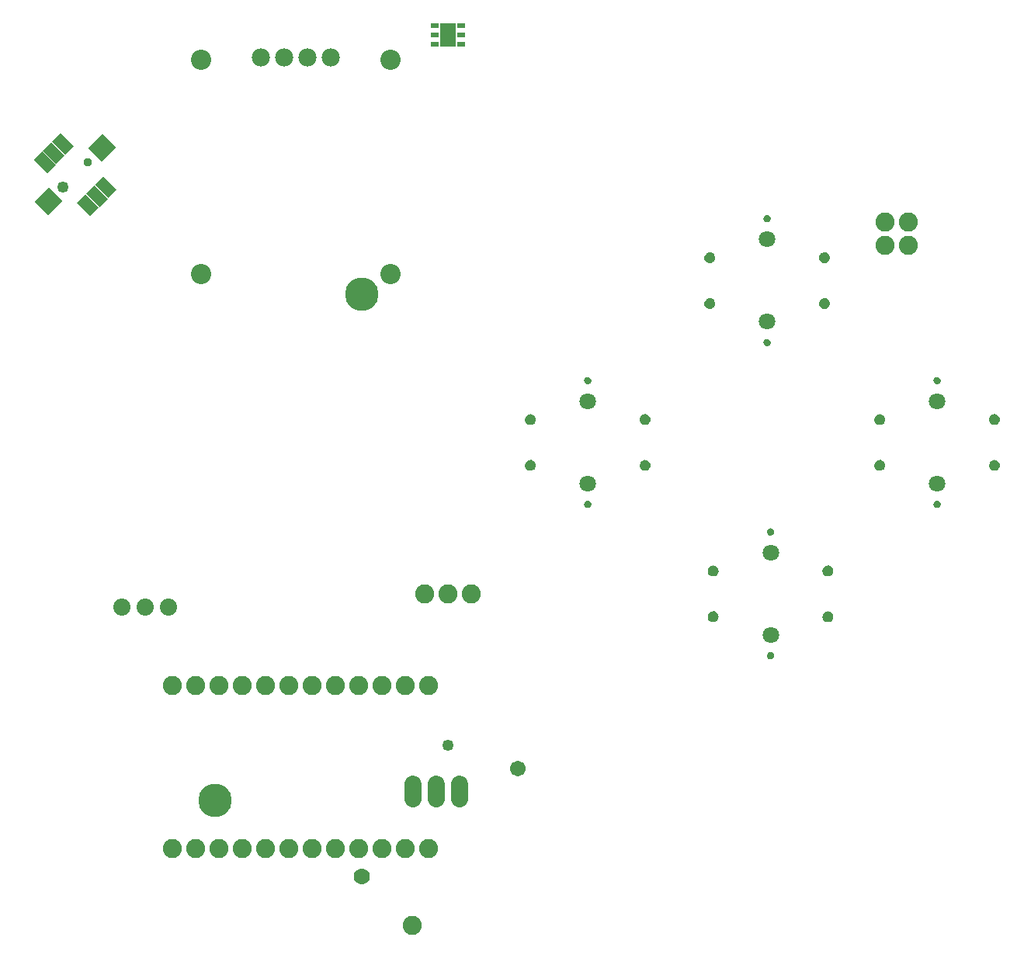
<source format=gbr>
G04 EAGLE Gerber RS-274X export*
G75*
%MOMM*%
%FSLAX34Y34*%
%LPD*%
%AMOC8*
5,1,8,0,0,1.08239X$1,22.5*%
G01*
%ADD10C,1.803200*%
%ADD11C,2.082800*%
%ADD12R,2.053200X1.303200*%
%ADD13R,2.103200X2.203200*%
%ADD14C,0.953200*%
%ADD15C,1.253200*%
%ADD16R,1.700000X2.600000*%
%ADD17R,0.950000X0.550000*%
%ADD18C,1.981200*%
%ADD19C,2.203200*%
%ADD20C,1.828800*%
%ADD21C,1.872800*%
%ADD22C,3.653200*%
%ADD23C,1.773200*%
%ADD24C,1.703200*%

G36*
X635958Y591421D02*
X635958Y591421D01*
X636048Y591420D01*
X637238Y591577D01*
X637286Y591592D01*
X637376Y591611D01*
X638501Y592029D01*
X638545Y592055D01*
X638628Y592093D01*
X639632Y592751D01*
X639669Y592785D01*
X639741Y592841D01*
X640574Y593706D01*
X640602Y593748D01*
X640660Y593819D01*
X641280Y594847D01*
X641298Y594894D01*
X641339Y594976D01*
X641714Y596116D01*
X641721Y596166D01*
X641743Y596255D01*
X641855Y597451D01*
X641850Y597501D01*
X641852Y597590D01*
X641705Y598741D01*
X641690Y598789D01*
X641672Y598879D01*
X641272Y599968D01*
X641247Y600012D01*
X641209Y600096D01*
X640577Y601069D01*
X640542Y601106D01*
X640487Y601179D01*
X639654Y601987D01*
X639612Y602015D01*
X639542Y602074D01*
X638550Y602677D01*
X638503Y602695D01*
X638422Y602737D01*
X637321Y603104D01*
X637271Y603111D01*
X637182Y603133D01*
X636027Y603246D01*
X635977Y603242D01*
X635881Y603244D01*
X634683Y603083D01*
X634635Y603067D01*
X634545Y603048D01*
X633413Y602625D01*
X633369Y602599D01*
X633286Y602561D01*
X632276Y601896D01*
X632239Y601861D01*
X632167Y601805D01*
X631330Y600932D01*
X631303Y600890D01*
X631244Y600819D01*
X630623Y599782D01*
X630605Y599735D01*
X630564Y599653D01*
X630189Y598504D01*
X630182Y598454D01*
X630160Y598365D01*
X630050Y597161D01*
X630055Y597110D01*
X630053Y597018D01*
X630209Y595871D01*
X630224Y595823D01*
X630243Y595733D01*
X630650Y594649D01*
X630675Y594606D01*
X630714Y594523D01*
X631352Y593556D01*
X631386Y593520D01*
X631442Y593447D01*
X632279Y592647D01*
X632321Y592619D01*
X632392Y592561D01*
X633386Y591967D01*
X633433Y591949D01*
X633515Y591908D01*
X634616Y591550D01*
X634666Y591543D01*
X634755Y591521D01*
X635908Y591417D01*
X635958Y591421D01*
G37*
G36*
X956583Y817888D02*
X956583Y817888D01*
X956672Y817886D01*
X957862Y818043D01*
X957910Y818058D01*
X958000Y818077D01*
X959125Y818495D01*
X959169Y818521D01*
X959252Y818559D01*
X960256Y819217D01*
X960293Y819252D01*
X960366Y819308D01*
X961198Y820172D01*
X961226Y820214D01*
X961285Y820285D01*
X961904Y821313D01*
X961922Y821361D01*
X961963Y821442D01*
X962338Y822583D01*
X962345Y822633D01*
X962367Y822722D01*
X962479Y823917D01*
X962474Y823967D01*
X962476Y824056D01*
X962329Y825207D01*
X962314Y825255D01*
X962296Y825345D01*
X961897Y826435D01*
X961871Y826478D01*
X961833Y826562D01*
X961201Y827535D01*
X961167Y827572D01*
X961111Y827645D01*
X960279Y828453D01*
X960237Y828482D01*
X960166Y828540D01*
X959175Y829143D01*
X959128Y829161D01*
X959046Y829203D01*
X957945Y829570D01*
X957895Y829577D01*
X957806Y829600D01*
X956651Y829713D01*
X956601Y829709D01*
X956505Y829710D01*
X955307Y829549D01*
X955259Y829534D01*
X955169Y829515D01*
X954037Y829091D01*
X953993Y829066D01*
X953910Y829027D01*
X952900Y828362D01*
X952864Y828327D01*
X952791Y828271D01*
X951955Y827399D01*
X951927Y827357D01*
X951868Y827286D01*
X951247Y826249D01*
X951229Y826202D01*
X951188Y826120D01*
X950813Y824970D01*
X950806Y824920D01*
X950784Y824831D01*
X950675Y823627D01*
X950679Y823577D01*
X950678Y823485D01*
X950833Y822337D01*
X950848Y822289D01*
X950867Y822200D01*
X951274Y821116D01*
X951300Y821072D01*
X951338Y820989D01*
X951976Y820023D01*
X952010Y819986D01*
X952067Y819914D01*
X952903Y819113D01*
X952945Y819085D01*
X953016Y819027D01*
X954010Y818433D01*
X954057Y818415D01*
X954139Y818374D01*
X955240Y818016D01*
X955290Y818009D01*
X955379Y817987D01*
X956532Y817883D01*
X956583Y817888D01*
G37*
G36*
X831564Y817862D02*
X831564Y817862D01*
X831654Y817861D01*
X832844Y818018D01*
X832892Y818033D01*
X832981Y818052D01*
X834107Y818470D01*
X834150Y818496D01*
X834233Y818534D01*
X835238Y819192D01*
X835274Y819226D01*
X835347Y819282D01*
X836179Y820147D01*
X836207Y820189D01*
X836266Y820260D01*
X836885Y821288D01*
X836903Y821335D01*
X836944Y821417D01*
X837319Y822557D01*
X837326Y822607D01*
X837348Y822696D01*
X837460Y823892D01*
X837456Y823942D01*
X837458Y824031D01*
X837311Y825182D01*
X837296Y825230D01*
X837277Y825320D01*
X836878Y826409D01*
X836852Y826453D01*
X836814Y826537D01*
X836182Y827510D01*
X836148Y827547D01*
X836092Y827620D01*
X835260Y828428D01*
X835218Y828456D01*
X835147Y828515D01*
X834156Y829118D01*
X834109Y829136D01*
X834027Y829178D01*
X832926Y829545D01*
X832876Y829552D01*
X832787Y829574D01*
X831632Y829687D01*
X831582Y829683D01*
X831486Y829685D01*
X830288Y829524D01*
X830240Y829508D01*
X830150Y829489D01*
X829018Y829066D01*
X828975Y829040D01*
X828891Y829002D01*
X827882Y828337D01*
X827845Y828302D01*
X827772Y828246D01*
X826936Y827373D01*
X826908Y827331D01*
X826850Y827260D01*
X826228Y826223D01*
X826210Y826176D01*
X826169Y826094D01*
X825794Y824945D01*
X825787Y824895D01*
X825766Y824806D01*
X825656Y823602D01*
X825660Y823551D01*
X825659Y823459D01*
X825814Y822312D01*
X825829Y822264D01*
X825849Y822174D01*
X826255Y821090D01*
X826281Y821047D01*
X826319Y820964D01*
X826957Y819997D01*
X826992Y819961D01*
X827048Y819888D01*
X827884Y819088D01*
X827927Y819060D01*
X827997Y819002D01*
X828991Y818408D01*
X829038Y818390D01*
X829120Y818349D01*
X830221Y817991D01*
X830271Y817984D01*
X830360Y817962D01*
X831514Y817858D01*
X831564Y817862D01*
G37*
G36*
X831538Y767951D02*
X831538Y767951D01*
X831628Y767950D01*
X832818Y768107D01*
X832866Y768122D01*
X832956Y768141D01*
X834081Y768559D01*
X834125Y768585D01*
X834208Y768623D01*
X835212Y769281D01*
X835249Y769315D01*
X835321Y769371D01*
X836154Y770236D01*
X836182Y770278D01*
X836240Y770349D01*
X836860Y771377D01*
X836878Y771424D01*
X836919Y771506D01*
X837294Y772646D01*
X837301Y772696D01*
X837323Y772785D01*
X837435Y773981D01*
X837430Y774031D01*
X837432Y774120D01*
X837285Y775271D01*
X837270Y775319D01*
X837252Y775409D01*
X836852Y776498D01*
X836827Y776542D01*
X836789Y776626D01*
X836157Y777599D01*
X836122Y777636D01*
X836067Y777709D01*
X835234Y778517D01*
X835192Y778545D01*
X835122Y778604D01*
X834130Y779207D01*
X834083Y779225D01*
X834002Y779267D01*
X832901Y779634D01*
X832851Y779641D01*
X832762Y779663D01*
X831607Y779776D01*
X831557Y779772D01*
X831461Y779774D01*
X830263Y779613D01*
X830215Y779597D01*
X830125Y779578D01*
X828993Y779155D01*
X828949Y779129D01*
X828866Y779091D01*
X827856Y778426D01*
X827819Y778391D01*
X827747Y778335D01*
X826910Y777462D01*
X826883Y777420D01*
X826824Y777349D01*
X826203Y776312D01*
X826185Y776265D01*
X826144Y776183D01*
X825769Y775034D01*
X825762Y774984D01*
X825740Y774895D01*
X825630Y773691D01*
X825635Y773640D01*
X825633Y773548D01*
X825789Y772401D01*
X825804Y772353D01*
X825823Y772263D01*
X826230Y771179D01*
X826255Y771136D01*
X826294Y771053D01*
X826932Y770086D01*
X826966Y770050D01*
X827022Y769977D01*
X827859Y769177D01*
X827901Y769149D01*
X827972Y769091D01*
X828966Y768497D01*
X829013Y768479D01*
X829095Y768438D01*
X830196Y768080D01*
X830246Y768073D01*
X830335Y768051D01*
X831488Y767947D01*
X831538Y767951D01*
G37*
G36*
X956633Y767900D02*
X956633Y767900D01*
X956723Y767899D01*
X957913Y768056D01*
X957961Y768071D01*
X958051Y768090D01*
X959176Y768508D01*
X959220Y768534D01*
X959303Y768572D01*
X960307Y769230D01*
X960344Y769264D01*
X960416Y769320D01*
X961249Y770185D01*
X961277Y770227D01*
X961335Y770298D01*
X961955Y771326D01*
X961973Y771373D01*
X962014Y771455D01*
X962389Y772596D01*
X962396Y772646D01*
X962418Y772735D01*
X962530Y773930D01*
X962525Y773980D01*
X962527Y774069D01*
X962380Y775220D01*
X962365Y775268D01*
X962347Y775358D01*
X961947Y776448D01*
X961922Y776491D01*
X961884Y776575D01*
X961252Y777548D01*
X961217Y777585D01*
X961162Y777658D01*
X960329Y778466D01*
X960287Y778494D01*
X960217Y778553D01*
X959225Y779156D01*
X959178Y779174D01*
X959097Y779216D01*
X957996Y779583D01*
X957946Y779590D01*
X957857Y779612D01*
X956702Y779725D01*
X956652Y779721D01*
X956556Y779723D01*
X955358Y779562D01*
X955310Y779547D01*
X955220Y779528D01*
X954088Y779104D01*
X954044Y779078D01*
X953961Y779040D01*
X952951Y778375D01*
X952914Y778340D01*
X952842Y778284D01*
X952005Y777411D01*
X951978Y777369D01*
X951919Y777299D01*
X951298Y776262D01*
X951280Y776214D01*
X951239Y776132D01*
X950864Y774983D01*
X950857Y774933D01*
X950835Y774844D01*
X950725Y773640D01*
X950730Y773590D01*
X950728Y773497D01*
X950884Y772350D01*
X950899Y772302D01*
X950918Y772212D01*
X951325Y771128D01*
X951350Y771085D01*
X951389Y771002D01*
X952027Y770035D01*
X952061Y769999D01*
X952117Y769926D01*
X952954Y769126D01*
X952996Y769098D01*
X953067Y769040D01*
X954061Y768446D01*
X954108Y768428D01*
X954190Y768387D01*
X955291Y768029D01*
X955341Y768022D01*
X955430Y768000D01*
X956583Y767896D01*
X956633Y767900D01*
G37*
G36*
X960443Y426270D02*
X960443Y426270D01*
X960533Y426269D01*
X961723Y426426D01*
X961771Y426441D01*
X961861Y426460D01*
X962986Y426878D01*
X963030Y426904D01*
X963113Y426942D01*
X964117Y427600D01*
X964154Y427634D01*
X964226Y427690D01*
X965059Y428555D01*
X965087Y428597D01*
X965145Y428668D01*
X965765Y429696D01*
X965783Y429743D01*
X965824Y429825D01*
X966199Y430966D01*
X966206Y431016D01*
X966228Y431105D01*
X966340Y432300D01*
X966335Y432350D01*
X966337Y432439D01*
X966190Y433590D01*
X966175Y433638D01*
X966157Y433728D01*
X965757Y434818D01*
X965732Y434861D01*
X965694Y434945D01*
X965062Y435918D01*
X965027Y435955D01*
X964972Y436028D01*
X964139Y436836D01*
X964097Y436864D01*
X964027Y436923D01*
X963035Y437526D01*
X962988Y437544D01*
X962907Y437586D01*
X961806Y437953D01*
X961756Y437960D01*
X961667Y437982D01*
X960512Y438095D01*
X960462Y438091D01*
X960366Y438093D01*
X959168Y437932D01*
X959120Y437917D01*
X959030Y437898D01*
X957898Y437474D01*
X957854Y437448D01*
X957771Y437410D01*
X956761Y436745D01*
X956724Y436710D01*
X956652Y436654D01*
X955815Y435781D01*
X955788Y435739D01*
X955729Y435669D01*
X955108Y434632D01*
X955090Y434584D01*
X955049Y434502D01*
X954674Y433353D01*
X954667Y433303D01*
X954645Y433214D01*
X954535Y432010D01*
X954540Y431960D01*
X954538Y431867D01*
X954694Y430720D01*
X954709Y430672D01*
X954728Y430582D01*
X955135Y429498D01*
X955160Y429455D01*
X955199Y429372D01*
X955837Y428405D01*
X955871Y428369D01*
X955927Y428296D01*
X956764Y427496D01*
X956806Y427468D01*
X956877Y427410D01*
X957871Y426816D01*
X957918Y426798D01*
X958000Y426757D01*
X959101Y426399D01*
X959151Y426392D01*
X959240Y426370D01*
X960393Y426266D01*
X960443Y426270D01*
G37*
G36*
X835348Y426321D02*
X835348Y426321D01*
X835438Y426320D01*
X836628Y426477D01*
X836676Y426492D01*
X836766Y426511D01*
X837891Y426929D01*
X837935Y426955D01*
X838018Y426993D01*
X839022Y427651D01*
X839059Y427685D01*
X839131Y427741D01*
X839964Y428606D01*
X839992Y428648D01*
X840050Y428719D01*
X840670Y429747D01*
X840688Y429794D01*
X840729Y429876D01*
X841104Y431016D01*
X841111Y431066D01*
X841133Y431155D01*
X841245Y432351D01*
X841240Y432401D01*
X841242Y432490D01*
X841095Y433641D01*
X841080Y433689D01*
X841062Y433779D01*
X840662Y434868D01*
X840637Y434912D01*
X840599Y434996D01*
X839967Y435969D01*
X839932Y436006D01*
X839877Y436079D01*
X839044Y436887D01*
X839002Y436915D01*
X838932Y436974D01*
X837940Y437577D01*
X837893Y437595D01*
X837812Y437637D01*
X836711Y438004D01*
X836661Y438011D01*
X836572Y438033D01*
X835417Y438146D01*
X835367Y438142D01*
X835271Y438144D01*
X834073Y437983D01*
X834025Y437967D01*
X833935Y437948D01*
X832803Y437525D01*
X832759Y437499D01*
X832676Y437461D01*
X831666Y436796D01*
X831629Y436761D01*
X831557Y436705D01*
X830720Y435832D01*
X830693Y435790D01*
X830634Y435719D01*
X830013Y434682D01*
X829995Y434635D01*
X829954Y434553D01*
X829579Y433404D01*
X829572Y433354D01*
X829550Y433265D01*
X829440Y432061D01*
X829445Y432010D01*
X829443Y431918D01*
X829599Y430771D01*
X829614Y430723D01*
X829633Y430633D01*
X830040Y429549D01*
X830065Y429506D01*
X830104Y429423D01*
X830742Y428456D01*
X830776Y428420D01*
X830832Y428347D01*
X831669Y427547D01*
X831711Y427519D01*
X831782Y427461D01*
X832776Y426867D01*
X832823Y426849D01*
X832905Y426808D01*
X834006Y426450D01*
X834056Y426443D01*
X834145Y426421D01*
X835298Y426317D01*
X835348Y426321D01*
G37*
G36*
X835374Y476232D02*
X835374Y476232D01*
X835464Y476231D01*
X836654Y476388D01*
X836702Y476403D01*
X836791Y476422D01*
X837917Y476840D01*
X837960Y476866D01*
X838043Y476904D01*
X839048Y477562D01*
X839084Y477596D01*
X839157Y477652D01*
X839989Y478517D01*
X840017Y478559D01*
X840076Y478630D01*
X840695Y479658D01*
X840713Y479705D01*
X840754Y479787D01*
X841129Y480927D01*
X841136Y480977D01*
X841158Y481066D01*
X841270Y482262D01*
X841266Y482312D01*
X841268Y482401D01*
X841121Y483552D01*
X841106Y483600D01*
X841087Y483690D01*
X840688Y484779D01*
X840662Y484823D01*
X840624Y484907D01*
X839992Y485880D01*
X839958Y485917D01*
X839902Y485990D01*
X839070Y486798D01*
X839028Y486826D01*
X838957Y486885D01*
X837966Y487488D01*
X837919Y487506D01*
X837837Y487548D01*
X836736Y487915D01*
X836686Y487922D01*
X836597Y487944D01*
X835442Y488057D01*
X835392Y488053D01*
X835296Y488055D01*
X834098Y487894D01*
X834050Y487878D01*
X833960Y487859D01*
X832828Y487436D01*
X832785Y487410D01*
X832701Y487372D01*
X831692Y486707D01*
X831655Y486672D01*
X831582Y486616D01*
X830746Y485743D01*
X830718Y485701D01*
X830660Y485630D01*
X830038Y484593D01*
X830020Y484546D01*
X829979Y484464D01*
X829604Y483315D01*
X829597Y483265D01*
X829576Y483176D01*
X829466Y481972D01*
X829470Y481921D01*
X829469Y481829D01*
X829624Y480682D01*
X829639Y480634D01*
X829659Y480544D01*
X830065Y479460D01*
X830091Y479417D01*
X830129Y479334D01*
X830767Y478367D01*
X830802Y478331D01*
X830858Y478258D01*
X831694Y477458D01*
X831737Y477430D01*
X831807Y477372D01*
X832801Y476778D01*
X832848Y476760D01*
X832930Y476719D01*
X834031Y476361D01*
X834081Y476354D01*
X834170Y476332D01*
X835324Y476228D01*
X835374Y476232D01*
G37*
G36*
X1142003Y641358D02*
X1142003Y641358D01*
X1142092Y641356D01*
X1143282Y641513D01*
X1143330Y641528D01*
X1143420Y641547D01*
X1144545Y641965D01*
X1144589Y641991D01*
X1144672Y642029D01*
X1145676Y642687D01*
X1145713Y642722D01*
X1145786Y642778D01*
X1146618Y643642D01*
X1146646Y643684D01*
X1146705Y643755D01*
X1147324Y644783D01*
X1147342Y644831D01*
X1147383Y644912D01*
X1147758Y646053D01*
X1147765Y646103D01*
X1147787Y646192D01*
X1147899Y647387D01*
X1147894Y647437D01*
X1147896Y647526D01*
X1147749Y648677D01*
X1147734Y648725D01*
X1147716Y648815D01*
X1147317Y649905D01*
X1147291Y649948D01*
X1147253Y650032D01*
X1146621Y651005D01*
X1146587Y651042D01*
X1146531Y651115D01*
X1145699Y651923D01*
X1145657Y651952D01*
X1145586Y652010D01*
X1144595Y652613D01*
X1144548Y652631D01*
X1144466Y652673D01*
X1143365Y653040D01*
X1143315Y653047D01*
X1143226Y653070D01*
X1142071Y653183D01*
X1142021Y653179D01*
X1141925Y653180D01*
X1140727Y653019D01*
X1140679Y653004D01*
X1140589Y652985D01*
X1139457Y652561D01*
X1139413Y652536D01*
X1139330Y652497D01*
X1138320Y651832D01*
X1138284Y651797D01*
X1138211Y651741D01*
X1137375Y650869D01*
X1137347Y650827D01*
X1137288Y650756D01*
X1136667Y649719D01*
X1136649Y649672D01*
X1136608Y649590D01*
X1136233Y648440D01*
X1136226Y648390D01*
X1136204Y648301D01*
X1136095Y647097D01*
X1136099Y647047D01*
X1136098Y646955D01*
X1136253Y645807D01*
X1136268Y645759D01*
X1136287Y645670D01*
X1136694Y644586D01*
X1136720Y644542D01*
X1136758Y644459D01*
X1137396Y643493D01*
X1137430Y643456D01*
X1137487Y643384D01*
X1138323Y642583D01*
X1138365Y642555D01*
X1138436Y642497D01*
X1139430Y641903D01*
X1139477Y641885D01*
X1139559Y641844D01*
X1140660Y641486D01*
X1140710Y641479D01*
X1140799Y641457D01*
X1141952Y641353D01*
X1142003Y641358D01*
G37*
G36*
X761003Y641358D02*
X761003Y641358D01*
X761092Y641356D01*
X762282Y641513D01*
X762330Y641528D01*
X762420Y641547D01*
X763545Y641965D01*
X763589Y641991D01*
X763672Y642029D01*
X764676Y642687D01*
X764713Y642722D01*
X764786Y642778D01*
X765618Y643642D01*
X765646Y643684D01*
X765705Y643755D01*
X766324Y644783D01*
X766342Y644831D01*
X766383Y644912D01*
X766758Y646053D01*
X766765Y646103D01*
X766787Y646192D01*
X766899Y647387D01*
X766894Y647437D01*
X766896Y647526D01*
X766749Y648677D01*
X766734Y648725D01*
X766716Y648815D01*
X766317Y649905D01*
X766291Y649948D01*
X766253Y650032D01*
X765621Y651005D01*
X765587Y651042D01*
X765531Y651115D01*
X764699Y651923D01*
X764657Y651952D01*
X764586Y652010D01*
X763595Y652613D01*
X763548Y652631D01*
X763466Y652673D01*
X762365Y653040D01*
X762315Y653047D01*
X762226Y653070D01*
X761071Y653183D01*
X761021Y653179D01*
X760925Y653180D01*
X759727Y653019D01*
X759679Y653004D01*
X759589Y652985D01*
X758457Y652561D01*
X758413Y652536D01*
X758330Y652497D01*
X757320Y651832D01*
X757284Y651797D01*
X757211Y651741D01*
X756375Y650869D01*
X756347Y650827D01*
X756288Y650756D01*
X755667Y649719D01*
X755649Y649672D01*
X755608Y649590D01*
X755233Y648440D01*
X755226Y648390D01*
X755204Y648301D01*
X755095Y647097D01*
X755099Y647047D01*
X755098Y646955D01*
X755253Y645807D01*
X755268Y645759D01*
X755287Y645670D01*
X755694Y644586D01*
X755720Y644542D01*
X755758Y644459D01*
X756396Y643493D01*
X756430Y643456D01*
X756487Y643384D01*
X757323Y642583D01*
X757365Y642555D01*
X757436Y642497D01*
X758430Y641903D01*
X758477Y641885D01*
X758559Y641844D01*
X759660Y641486D01*
X759710Y641479D01*
X759799Y641457D01*
X760952Y641353D01*
X761003Y641358D01*
G37*
G36*
X1016984Y641332D02*
X1016984Y641332D01*
X1017074Y641331D01*
X1018264Y641488D01*
X1018312Y641503D01*
X1018401Y641522D01*
X1019527Y641940D01*
X1019570Y641966D01*
X1019653Y642004D01*
X1020658Y642662D01*
X1020694Y642696D01*
X1020767Y642752D01*
X1021599Y643617D01*
X1021627Y643659D01*
X1021686Y643730D01*
X1022305Y644758D01*
X1022323Y644805D01*
X1022364Y644887D01*
X1022739Y646027D01*
X1022746Y646077D01*
X1022768Y646166D01*
X1022880Y647362D01*
X1022876Y647412D01*
X1022878Y647501D01*
X1022731Y648652D01*
X1022716Y648700D01*
X1022697Y648790D01*
X1022298Y649879D01*
X1022272Y649923D01*
X1022234Y650007D01*
X1021602Y650980D01*
X1021568Y651017D01*
X1021512Y651090D01*
X1020680Y651898D01*
X1020638Y651926D01*
X1020567Y651985D01*
X1019576Y652588D01*
X1019529Y652606D01*
X1019447Y652648D01*
X1018346Y653015D01*
X1018296Y653022D01*
X1018207Y653044D01*
X1017052Y653157D01*
X1017002Y653153D01*
X1016906Y653155D01*
X1015708Y652994D01*
X1015660Y652978D01*
X1015570Y652959D01*
X1014438Y652536D01*
X1014395Y652510D01*
X1014311Y652472D01*
X1013302Y651807D01*
X1013265Y651772D01*
X1013192Y651716D01*
X1012356Y650843D01*
X1012328Y650801D01*
X1012270Y650730D01*
X1011648Y649693D01*
X1011630Y649646D01*
X1011589Y649564D01*
X1011214Y648415D01*
X1011207Y648365D01*
X1011186Y648276D01*
X1011076Y647072D01*
X1011080Y647021D01*
X1011079Y646929D01*
X1011234Y645782D01*
X1011249Y645734D01*
X1011269Y645644D01*
X1011675Y644560D01*
X1011701Y644517D01*
X1011739Y644434D01*
X1012377Y643467D01*
X1012412Y643431D01*
X1012468Y643358D01*
X1013304Y642558D01*
X1013347Y642530D01*
X1013417Y642472D01*
X1014411Y641878D01*
X1014458Y641860D01*
X1014540Y641819D01*
X1015641Y641461D01*
X1015691Y641454D01*
X1015780Y641432D01*
X1016934Y641328D01*
X1016984Y641332D01*
G37*
G36*
X635984Y641332D02*
X635984Y641332D01*
X636074Y641331D01*
X637264Y641488D01*
X637312Y641503D01*
X637401Y641522D01*
X638527Y641940D01*
X638570Y641966D01*
X638653Y642004D01*
X639658Y642662D01*
X639694Y642696D01*
X639767Y642752D01*
X640599Y643617D01*
X640627Y643659D01*
X640686Y643730D01*
X641305Y644758D01*
X641323Y644805D01*
X641364Y644887D01*
X641739Y646027D01*
X641746Y646077D01*
X641768Y646166D01*
X641880Y647362D01*
X641876Y647412D01*
X641878Y647501D01*
X641731Y648652D01*
X641716Y648700D01*
X641697Y648790D01*
X641298Y649879D01*
X641272Y649923D01*
X641234Y650007D01*
X640602Y650980D01*
X640568Y651017D01*
X640512Y651090D01*
X639680Y651898D01*
X639638Y651926D01*
X639567Y651985D01*
X638576Y652588D01*
X638529Y652606D01*
X638447Y652648D01*
X637346Y653015D01*
X637296Y653022D01*
X637207Y653044D01*
X636052Y653157D01*
X636002Y653153D01*
X635906Y653155D01*
X634708Y652994D01*
X634660Y652978D01*
X634570Y652959D01*
X633438Y652536D01*
X633395Y652510D01*
X633311Y652472D01*
X632302Y651807D01*
X632265Y651772D01*
X632192Y651716D01*
X631356Y650843D01*
X631328Y650801D01*
X631270Y650730D01*
X630648Y649693D01*
X630630Y649646D01*
X630589Y649564D01*
X630214Y648415D01*
X630207Y648365D01*
X630186Y648276D01*
X630076Y647072D01*
X630080Y647021D01*
X630079Y646929D01*
X630234Y645782D01*
X630249Y645734D01*
X630269Y645644D01*
X630675Y644560D01*
X630701Y644517D01*
X630739Y644434D01*
X631377Y643467D01*
X631412Y643431D01*
X631468Y643358D01*
X632304Y642558D01*
X632347Y642530D01*
X632417Y642472D01*
X633411Y641878D01*
X633458Y641860D01*
X633540Y641819D01*
X634641Y641461D01*
X634691Y641454D01*
X634780Y641432D01*
X635934Y641328D01*
X635984Y641332D01*
G37*
G36*
X960393Y476258D02*
X960393Y476258D01*
X960482Y476256D01*
X961672Y476413D01*
X961720Y476428D01*
X961810Y476447D01*
X962935Y476865D01*
X962979Y476891D01*
X963062Y476929D01*
X964066Y477587D01*
X964103Y477622D01*
X964176Y477678D01*
X965008Y478542D01*
X965036Y478584D01*
X965095Y478655D01*
X965714Y479683D01*
X965732Y479731D01*
X965773Y479812D01*
X966148Y480953D01*
X966155Y481003D01*
X966177Y481092D01*
X966289Y482287D01*
X966284Y482337D01*
X966286Y482426D01*
X966139Y483577D01*
X966124Y483625D01*
X966106Y483715D01*
X965707Y484805D01*
X965681Y484848D01*
X965643Y484932D01*
X965011Y485905D01*
X964977Y485942D01*
X964921Y486015D01*
X964089Y486823D01*
X964047Y486852D01*
X963976Y486910D01*
X962985Y487513D01*
X962938Y487531D01*
X962856Y487573D01*
X961755Y487940D01*
X961705Y487947D01*
X961616Y487970D01*
X960461Y488083D01*
X960411Y488079D01*
X960315Y488080D01*
X959117Y487919D01*
X959069Y487904D01*
X958979Y487885D01*
X957847Y487461D01*
X957803Y487436D01*
X957720Y487397D01*
X956710Y486732D01*
X956674Y486697D01*
X956601Y486641D01*
X955765Y485769D01*
X955737Y485727D01*
X955678Y485656D01*
X955057Y484619D01*
X955039Y484572D01*
X954998Y484490D01*
X954623Y483340D01*
X954616Y483290D01*
X954594Y483201D01*
X954485Y481997D01*
X954489Y481947D01*
X954488Y481855D01*
X954643Y480707D01*
X954658Y480659D01*
X954677Y480570D01*
X955084Y479486D01*
X955110Y479442D01*
X955148Y479359D01*
X955786Y478393D01*
X955820Y478356D01*
X955877Y478284D01*
X956713Y477483D01*
X956755Y477455D01*
X956826Y477397D01*
X957820Y476803D01*
X957867Y476785D01*
X957949Y476744D01*
X959050Y476386D01*
X959100Y476379D01*
X959189Y476357D01*
X960342Y476253D01*
X960393Y476258D01*
G37*
G36*
X1016958Y591421D02*
X1016958Y591421D01*
X1017048Y591420D01*
X1018238Y591577D01*
X1018286Y591592D01*
X1018376Y591611D01*
X1019501Y592029D01*
X1019545Y592055D01*
X1019628Y592093D01*
X1020632Y592751D01*
X1020669Y592785D01*
X1020741Y592841D01*
X1021574Y593706D01*
X1021602Y593748D01*
X1021660Y593819D01*
X1022280Y594847D01*
X1022298Y594894D01*
X1022339Y594976D01*
X1022714Y596116D01*
X1022721Y596166D01*
X1022743Y596255D01*
X1022855Y597451D01*
X1022850Y597501D01*
X1022852Y597590D01*
X1022705Y598741D01*
X1022690Y598789D01*
X1022672Y598879D01*
X1022272Y599968D01*
X1022247Y600012D01*
X1022209Y600096D01*
X1021577Y601069D01*
X1021542Y601106D01*
X1021487Y601179D01*
X1020654Y601987D01*
X1020612Y602015D01*
X1020542Y602074D01*
X1019550Y602677D01*
X1019503Y602695D01*
X1019422Y602737D01*
X1018321Y603104D01*
X1018271Y603111D01*
X1018182Y603133D01*
X1017027Y603246D01*
X1016977Y603242D01*
X1016881Y603244D01*
X1015683Y603083D01*
X1015635Y603067D01*
X1015545Y603048D01*
X1014413Y602625D01*
X1014369Y602599D01*
X1014286Y602561D01*
X1013276Y601896D01*
X1013239Y601861D01*
X1013167Y601805D01*
X1012330Y600932D01*
X1012303Y600890D01*
X1012244Y600819D01*
X1011623Y599782D01*
X1011605Y599735D01*
X1011564Y599653D01*
X1011189Y598504D01*
X1011182Y598454D01*
X1011160Y598365D01*
X1011050Y597161D01*
X1011055Y597110D01*
X1011053Y597018D01*
X1011209Y595871D01*
X1011224Y595823D01*
X1011243Y595733D01*
X1011650Y594649D01*
X1011675Y594606D01*
X1011714Y594523D01*
X1012352Y593556D01*
X1012386Y593520D01*
X1012442Y593447D01*
X1013279Y592647D01*
X1013321Y592619D01*
X1013392Y592561D01*
X1014386Y591967D01*
X1014433Y591949D01*
X1014515Y591908D01*
X1015616Y591550D01*
X1015666Y591543D01*
X1015755Y591521D01*
X1016908Y591417D01*
X1016958Y591421D01*
G37*
G36*
X761053Y591370D02*
X761053Y591370D01*
X761143Y591369D01*
X762333Y591526D01*
X762381Y591541D01*
X762471Y591560D01*
X763596Y591978D01*
X763640Y592004D01*
X763723Y592042D01*
X764727Y592700D01*
X764764Y592734D01*
X764836Y592790D01*
X765669Y593655D01*
X765697Y593697D01*
X765755Y593768D01*
X766375Y594796D01*
X766393Y594843D01*
X766434Y594925D01*
X766809Y596066D01*
X766816Y596116D01*
X766838Y596205D01*
X766950Y597400D01*
X766945Y597450D01*
X766947Y597539D01*
X766800Y598690D01*
X766785Y598738D01*
X766767Y598828D01*
X766367Y599918D01*
X766342Y599961D01*
X766304Y600045D01*
X765672Y601018D01*
X765637Y601055D01*
X765582Y601128D01*
X764749Y601936D01*
X764707Y601964D01*
X764637Y602023D01*
X763645Y602626D01*
X763598Y602644D01*
X763517Y602686D01*
X762416Y603053D01*
X762366Y603060D01*
X762277Y603082D01*
X761122Y603195D01*
X761072Y603191D01*
X760976Y603193D01*
X759778Y603032D01*
X759730Y603017D01*
X759640Y602998D01*
X758508Y602574D01*
X758464Y602548D01*
X758381Y602510D01*
X757371Y601845D01*
X757334Y601810D01*
X757262Y601754D01*
X756425Y600881D01*
X756398Y600839D01*
X756339Y600769D01*
X755718Y599732D01*
X755700Y599684D01*
X755659Y599602D01*
X755284Y598453D01*
X755277Y598403D01*
X755255Y598314D01*
X755145Y597110D01*
X755150Y597060D01*
X755148Y596967D01*
X755304Y595820D01*
X755319Y595772D01*
X755338Y595682D01*
X755745Y594598D01*
X755770Y594555D01*
X755809Y594472D01*
X756447Y593505D01*
X756481Y593469D01*
X756537Y593396D01*
X757374Y592596D01*
X757416Y592568D01*
X757487Y592510D01*
X758481Y591916D01*
X758528Y591898D01*
X758610Y591857D01*
X759711Y591499D01*
X759761Y591492D01*
X759850Y591470D01*
X761003Y591366D01*
X761053Y591370D01*
G37*
G36*
X1142053Y591370D02*
X1142053Y591370D01*
X1142143Y591369D01*
X1143333Y591526D01*
X1143381Y591541D01*
X1143471Y591560D01*
X1144596Y591978D01*
X1144640Y592004D01*
X1144723Y592042D01*
X1145727Y592700D01*
X1145764Y592734D01*
X1145836Y592790D01*
X1146669Y593655D01*
X1146697Y593697D01*
X1146755Y593768D01*
X1147375Y594796D01*
X1147393Y594843D01*
X1147434Y594925D01*
X1147809Y596066D01*
X1147816Y596116D01*
X1147838Y596205D01*
X1147950Y597400D01*
X1147945Y597450D01*
X1147947Y597539D01*
X1147800Y598690D01*
X1147785Y598738D01*
X1147767Y598828D01*
X1147367Y599918D01*
X1147342Y599961D01*
X1147304Y600045D01*
X1146672Y601018D01*
X1146637Y601055D01*
X1146582Y601128D01*
X1145749Y601936D01*
X1145707Y601964D01*
X1145637Y602023D01*
X1144645Y602626D01*
X1144598Y602644D01*
X1144517Y602686D01*
X1143416Y603053D01*
X1143366Y603060D01*
X1143277Y603082D01*
X1142122Y603195D01*
X1142072Y603191D01*
X1141976Y603193D01*
X1140778Y603032D01*
X1140730Y603017D01*
X1140640Y602998D01*
X1139508Y602574D01*
X1139464Y602548D01*
X1139381Y602510D01*
X1138371Y601845D01*
X1138334Y601810D01*
X1138262Y601754D01*
X1137425Y600881D01*
X1137398Y600839D01*
X1137339Y600769D01*
X1136718Y599732D01*
X1136700Y599684D01*
X1136659Y599602D01*
X1136284Y598453D01*
X1136277Y598403D01*
X1136255Y598314D01*
X1136145Y597110D01*
X1136150Y597060D01*
X1136148Y596967D01*
X1136304Y595820D01*
X1136319Y595772D01*
X1136338Y595682D01*
X1136745Y594598D01*
X1136770Y594555D01*
X1136809Y594472D01*
X1137447Y593505D01*
X1137481Y593469D01*
X1137537Y593396D01*
X1138374Y592596D01*
X1138416Y592568D01*
X1138487Y592510D01*
X1139481Y591916D01*
X1139528Y591898D01*
X1139610Y591857D01*
X1140711Y591499D01*
X1140761Y591492D01*
X1140850Y591470D01*
X1142003Y591366D01*
X1142053Y591370D01*
G37*
G36*
X698491Y550883D02*
X698491Y550883D01*
X698571Y550880D01*
X699306Y550963D01*
X699354Y550977D01*
X699444Y550994D01*
X700142Y551239D01*
X700186Y551263D01*
X700270Y551300D01*
X700896Y551694D01*
X700934Y551728D01*
X701007Y551782D01*
X701530Y552305D01*
X701559Y552346D01*
X701619Y552416D01*
X702012Y553042D01*
X702031Y553089D01*
X702037Y553100D01*
X702042Y553107D01*
X702045Y553116D01*
X702074Y553170D01*
X702318Y553868D01*
X702326Y553918D01*
X702333Y553946D01*
X702336Y553953D01*
X702336Y553955D01*
X702349Y554006D01*
X702432Y554741D01*
X702429Y554791D01*
X702431Y554895D01*
X702318Y555750D01*
X702305Y555792D01*
X702275Y555910D01*
X701946Y556706D01*
X701921Y556744D01*
X701863Y556849D01*
X701338Y557533D01*
X701305Y557563D01*
X701221Y557650D01*
X701127Y557722D01*
X701127Y557723D01*
X700537Y558175D01*
X700497Y558196D01*
X700394Y558258D01*
X699597Y558588D01*
X699553Y558597D01*
X699437Y558631D01*
X698583Y558743D01*
X698551Y558742D01*
X698406Y558741D01*
X697646Y558627D01*
X697598Y558611D01*
X697509Y558590D01*
X696793Y558310D01*
X696750Y558284D01*
X696668Y558244D01*
X696033Y557811D01*
X695997Y557776D01*
X695925Y557718D01*
X695402Y557155D01*
X695375Y557113D01*
X695318Y557041D01*
X694933Y556376D01*
X694916Y556328D01*
X694876Y556246D01*
X694650Y555512D01*
X694644Y555462D01*
X694640Y555445D01*
X694628Y555409D01*
X694628Y555394D01*
X694623Y555372D01*
X694566Y554606D01*
X694571Y554557D01*
X694573Y554450D01*
X694714Y553633D01*
X694729Y553591D01*
X694763Y553475D01*
X695111Y552722D01*
X695137Y552685D01*
X695200Y552582D01*
X695730Y551944D01*
X695765Y551916D01*
X695852Y551832D01*
X696530Y551354D01*
X696571Y551335D01*
X696676Y551277D01*
X697455Y550990D01*
X697499Y550983D01*
X697616Y550954D01*
X698442Y550879D01*
X698491Y550883D01*
G37*
G36*
X1079491Y550883D02*
X1079491Y550883D01*
X1079571Y550880D01*
X1080306Y550963D01*
X1080354Y550977D01*
X1080444Y550994D01*
X1081142Y551239D01*
X1081186Y551263D01*
X1081270Y551300D01*
X1081896Y551694D01*
X1081934Y551728D01*
X1082007Y551782D01*
X1082530Y552305D01*
X1082559Y552346D01*
X1082619Y552416D01*
X1083012Y553042D01*
X1083031Y553089D01*
X1083037Y553100D01*
X1083042Y553107D01*
X1083045Y553116D01*
X1083074Y553170D01*
X1083318Y553868D01*
X1083326Y553918D01*
X1083333Y553946D01*
X1083336Y553953D01*
X1083336Y553955D01*
X1083349Y554006D01*
X1083432Y554741D01*
X1083429Y554791D01*
X1083431Y554895D01*
X1083318Y555750D01*
X1083305Y555792D01*
X1083275Y555910D01*
X1082946Y556706D01*
X1082921Y556744D01*
X1082863Y556849D01*
X1082338Y557533D01*
X1082305Y557563D01*
X1082221Y557650D01*
X1082127Y557722D01*
X1082127Y557723D01*
X1081537Y558175D01*
X1081497Y558196D01*
X1081394Y558258D01*
X1080597Y558588D01*
X1080553Y558597D01*
X1080437Y558631D01*
X1079583Y558743D01*
X1079551Y558742D01*
X1079406Y558741D01*
X1078646Y558627D01*
X1078598Y558611D01*
X1078509Y558590D01*
X1077793Y558310D01*
X1077750Y558284D01*
X1077668Y558244D01*
X1077033Y557811D01*
X1076997Y557776D01*
X1076925Y557718D01*
X1076402Y557155D01*
X1076375Y557113D01*
X1076318Y557041D01*
X1075933Y556376D01*
X1075916Y556328D01*
X1075876Y556246D01*
X1075650Y555512D01*
X1075644Y555462D01*
X1075640Y555445D01*
X1075628Y555409D01*
X1075628Y555394D01*
X1075623Y555372D01*
X1075566Y554606D01*
X1075571Y554557D01*
X1075573Y554450D01*
X1075714Y553633D01*
X1075729Y553591D01*
X1075763Y553475D01*
X1076111Y552722D01*
X1076137Y552685D01*
X1076200Y552582D01*
X1076730Y551944D01*
X1076765Y551916D01*
X1076852Y551832D01*
X1077530Y551354D01*
X1077571Y551335D01*
X1077676Y551277D01*
X1078455Y550990D01*
X1078499Y550983D01*
X1078616Y550954D01*
X1079442Y550879D01*
X1079491Y550883D01*
G37*
G36*
X897881Y520835D02*
X897881Y520835D01*
X897961Y520832D01*
X898696Y520915D01*
X898744Y520929D01*
X898834Y520946D01*
X899532Y521190D01*
X899576Y521215D01*
X899660Y521252D01*
X900286Y521645D01*
X900324Y521679D01*
X900397Y521734D01*
X900920Y522257D01*
X900949Y522298D01*
X901009Y522368D01*
X901402Y522994D01*
X901421Y523041D01*
X901427Y523052D01*
X901432Y523059D01*
X901435Y523068D01*
X901464Y523122D01*
X901708Y523820D01*
X901716Y523870D01*
X901723Y523898D01*
X901726Y523905D01*
X901726Y523907D01*
X901739Y523958D01*
X901822Y524693D01*
X901819Y524742D01*
X901821Y524847D01*
X901708Y525701D01*
X901695Y525744D01*
X901665Y525861D01*
X901336Y526658D01*
X901311Y526696D01*
X901253Y526801D01*
X900728Y527485D01*
X900695Y527515D01*
X900611Y527602D01*
X900517Y527674D01*
X899927Y528127D01*
X899887Y528147D01*
X899784Y528210D01*
X898987Y528539D01*
X898943Y528549D01*
X898827Y528582D01*
X897973Y528695D01*
X897941Y528693D01*
X897796Y528693D01*
X897036Y528579D01*
X896988Y528563D01*
X896899Y528542D01*
X896183Y528262D01*
X896140Y528235D01*
X896058Y528196D01*
X895423Y527763D01*
X895387Y527728D01*
X895315Y527670D01*
X894792Y527107D01*
X894765Y527065D01*
X894708Y526993D01*
X894323Y526328D01*
X894306Y526280D01*
X894266Y526198D01*
X894040Y525463D01*
X894034Y525413D01*
X894030Y525397D01*
X894018Y525361D01*
X894018Y525346D01*
X894013Y525324D01*
X893956Y524558D01*
X893961Y524509D01*
X893963Y524402D01*
X894104Y523585D01*
X894119Y523543D01*
X894153Y523427D01*
X894501Y522674D01*
X894527Y522637D01*
X894590Y522534D01*
X895120Y521896D01*
X895155Y521867D01*
X895242Y521784D01*
X895920Y521306D01*
X895961Y521287D01*
X896066Y521229D01*
X896845Y520942D01*
X896889Y520934D01*
X897006Y520906D01*
X897832Y520830D01*
X897881Y520835D01*
G37*
G36*
X897881Y385783D02*
X897881Y385783D01*
X897961Y385780D01*
X898696Y385863D01*
X898744Y385877D01*
X898834Y385894D01*
X899532Y386139D01*
X899576Y386163D01*
X899660Y386200D01*
X900286Y386594D01*
X900324Y386628D01*
X900397Y386682D01*
X900920Y387205D01*
X900949Y387246D01*
X901009Y387316D01*
X901402Y387942D01*
X901421Y387989D01*
X901427Y388000D01*
X901432Y388007D01*
X901435Y388016D01*
X901464Y388070D01*
X901708Y388768D01*
X901716Y388818D01*
X901723Y388846D01*
X901726Y388853D01*
X901726Y388855D01*
X901739Y388906D01*
X901822Y389641D01*
X901819Y389691D01*
X901821Y389795D01*
X901708Y390650D01*
X901695Y390692D01*
X901665Y390810D01*
X901336Y391606D01*
X901311Y391644D01*
X901253Y391749D01*
X900728Y392433D01*
X900695Y392463D01*
X900611Y392550D01*
X900517Y392622D01*
X900517Y392623D01*
X899927Y393075D01*
X899887Y393096D01*
X899784Y393158D01*
X898987Y393488D01*
X898943Y393497D01*
X898827Y393531D01*
X897973Y393643D01*
X897941Y393642D01*
X897796Y393641D01*
X897036Y393527D01*
X896988Y393511D01*
X896899Y393490D01*
X896183Y393210D01*
X896140Y393184D01*
X896058Y393144D01*
X895423Y392711D01*
X895387Y392676D01*
X895315Y392618D01*
X894792Y392055D01*
X894765Y392013D01*
X894708Y391941D01*
X894323Y391276D01*
X894306Y391228D01*
X894266Y391146D01*
X894040Y390412D01*
X894034Y390362D01*
X894030Y390345D01*
X894018Y390309D01*
X894018Y390294D01*
X894013Y390272D01*
X893956Y389506D01*
X893961Y389457D01*
X893963Y389350D01*
X894104Y388533D01*
X894119Y388491D01*
X894153Y388375D01*
X894501Y387622D01*
X894527Y387585D01*
X894590Y387482D01*
X895120Y386844D01*
X895155Y386816D01*
X895242Y386732D01*
X895920Y386254D01*
X895961Y386235D01*
X896066Y386177D01*
X896845Y385890D01*
X896889Y385883D01*
X897006Y385854D01*
X897832Y385779D01*
X897881Y385783D01*
G37*
G36*
X1079491Y685935D02*
X1079491Y685935D01*
X1079571Y685932D01*
X1080306Y686015D01*
X1080354Y686029D01*
X1080444Y686046D01*
X1081142Y686290D01*
X1081186Y686315D01*
X1081270Y686352D01*
X1081896Y686745D01*
X1081934Y686779D01*
X1082007Y686834D01*
X1082530Y687357D01*
X1082559Y687398D01*
X1082619Y687468D01*
X1083012Y688094D01*
X1083031Y688141D01*
X1083037Y688152D01*
X1083042Y688159D01*
X1083045Y688168D01*
X1083074Y688222D01*
X1083318Y688920D01*
X1083326Y688970D01*
X1083333Y688998D01*
X1083336Y689005D01*
X1083336Y689007D01*
X1083349Y689058D01*
X1083432Y689793D01*
X1083429Y689842D01*
X1083431Y689947D01*
X1083318Y690801D01*
X1083305Y690844D01*
X1083275Y690961D01*
X1082946Y691758D01*
X1082921Y691796D01*
X1082863Y691901D01*
X1082338Y692585D01*
X1082305Y692615D01*
X1082221Y692702D01*
X1082127Y692774D01*
X1081537Y693227D01*
X1081497Y693247D01*
X1081394Y693310D01*
X1080597Y693639D01*
X1080553Y693649D01*
X1080437Y693682D01*
X1079583Y693795D01*
X1079551Y693793D01*
X1079406Y693793D01*
X1078646Y693679D01*
X1078598Y693663D01*
X1078509Y693642D01*
X1077793Y693362D01*
X1077750Y693335D01*
X1077668Y693296D01*
X1077033Y692863D01*
X1076997Y692828D01*
X1076925Y692770D01*
X1076402Y692207D01*
X1076375Y692165D01*
X1076318Y692093D01*
X1075933Y691428D01*
X1075916Y691380D01*
X1075876Y691298D01*
X1075650Y690563D01*
X1075644Y690513D01*
X1075640Y690497D01*
X1075628Y690461D01*
X1075628Y690446D01*
X1075623Y690424D01*
X1075566Y689658D01*
X1075571Y689609D01*
X1075573Y689502D01*
X1075714Y688685D01*
X1075729Y688643D01*
X1075763Y688527D01*
X1076111Y687774D01*
X1076137Y687737D01*
X1076200Y687634D01*
X1076730Y686996D01*
X1076765Y686967D01*
X1076852Y686884D01*
X1077530Y686406D01*
X1077571Y686387D01*
X1077676Y686329D01*
X1078455Y686042D01*
X1078499Y686034D01*
X1078616Y686006D01*
X1079442Y685930D01*
X1079491Y685935D01*
G37*
G36*
X698491Y685935D02*
X698491Y685935D01*
X698571Y685932D01*
X699306Y686015D01*
X699354Y686029D01*
X699444Y686046D01*
X700142Y686290D01*
X700186Y686315D01*
X700270Y686352D01*
X700896Y686745D01*
X700934Y686779D01*
X701007Y686834D01*
X701530Y687357D01*
X701559Y687398D01*
X701619Y687468D01*
X702012Y688094D01*
X702031Y688141D01*
X702037Y688152D01*
X702042Y688159D01*
X702045Y688168D01*
X702074Y688222D01*
X702318Y688920D01*
X702326Y688970D01*
X702333Y688998D01*
X702336Y689005D01*
X702336Y689007D01*
X702349Y689058D01*
X702432Y689793D01*
X702429Y689842D01*
X702431Y689947D01*
X702318Y690801D01*
X702305Y690844D01*
X702275Y690961D01*
X701946Y691758D01*
X701921Y691796D01*
X701863Y691901D01*
X701338Y692585D01*
X701305Y692615D01*
X701221Y692702D01*
X701127Y692774D01*
X700537Y693227D01*
X700497Y693247D01*
X700394Y693310D01*
X699597Y693639D01*
X699553Y693649D01*
X699437Y693682D01*
X698583Y693795D01*
X698551Y693793D01*
X698406Y693793D01*
X697646Y693679D01*
X697598Y693663D01*
X697509Y693642D01*
X696793Y693362D01*
X696750Y693335D01*
X696668Y693296D01*
X696033Y692863D01*
X695997Y692828D01*
X695925Y692770D01*
X695402Y692207D01*
X695375Y692165D01*
X695318Y692093D01*
X694933Y691428D01*
X694916Y691380D01*
X694876Y691298D01*
X694650Y690563D01*
X694644Y690513D01*
X694640Y690497D01*
X694628Y690461D01*
X694628Y690446D01*
X694623Y690424D01*
X694566Y689658D01*
X694571Y689609D01*
X694573Y689502D01*
X694714Y688685D01*
X694729Y688643D01*
X694763Y688527D01*
X695111Y687774D01*
X695137Y687737D01*
X695200Y687634D01*
X695730Y686996D01*
X695765Y686967D01*
X695852Y686884D01*
X696530Y686406D01*
X696571Y686387D01*
X696676Y686329D01*
X697455Y686042D01*
X697499Y686034D01*
X697616Y686006D01*
X698442Y685930D01*
X698491Y685935D01*
G37*
G36*
X894071Y727413D02*
X894071Y727413D01*
X894151Y727410D01*
X894886Y727493D01*
X894934Y727507D01*
X895024Y727524D01*
X895722Y727769D01*
X895766Y727793D01*
X895850Y727830D01*
X896476Y728224D01*
X896514Y728258D01*
X896587Y728312D01*
X897110Y728835D01*
X897139Y728876D01*
X897199Y728946D01*
X897592Y729572D01*
X897611Y729619D01*
X897617Y729630D01*
X897622Y729637D01*
X897625Y729646D01*
X897654Y729700D01*
X897898Y730398D01*
X897906Y730448D01*
X897913Y730476D01*
X897916Y730483D01*
X897916Y730485D01*
X897929Y730536D01*
X898012Y731271D01*
X898009Y731321D01*
X898011Y731425D01*
X897898Y732280D01*
X897885Y732322D01*
X897855Y732440D01*
X897526Y733236D01*
X897501Y733274D01*
X897443Y733379D01*
X896918Y734063D01*
X896885Y734093D01*
X896801Y734180D01*
X896707Y734252D01*
X896707Y734253D01*
X896117Y734705D01*
X896077Y734726D01*
X895974Y734788D01*
X895177Y735118D01*
X895133Y735127D01*
X895017Y735161D01*
X894163Y735273D01*
X894131Y735272D01*
X893986Y735271D01*
X893226Y735157D01*
X893178Y735141D01*
X893089Y735120D01*
X892373Y734840D01*
X892330Y734814D01*
X892248Y734774D01*
X891613Y734341D01*
X891577Y734306D01*
X891505Y734248D01*
X890982Y733685D01*
X890955Y733643D01*
X890898Y733571D01*
X890513Y732906D01*
X890496Y732858D01*
X890456Y732776D01*
X890230Y732042D01*
X890224Y731992D01*
X890220Y731975D01*
X890208Y731939D01*
X890208Y731924D01*
X890203Y731902D01*
X890146Y731136D01*
X890151Y731087D01*
X890153Y730980D01*
X890294Y730163D01*
X890309Y730121D01*
X890343Y730005D01*
X890691Y729252D01*
X890717Y729215D01*
X890780Y729112D01*
X891310Y728474D01*
X891345Y728446D01*
X891432Y728362D01*
X892110Y727884D01*
X892151Y727865D01*
X892256Y727807D01*
X893035Y727520D01*
X893079Y727513D01*
X893196Y727484D01*
X894022Y727409D01*
X894071Y727413D01*
G37*
G36*
X894071Y862465D02*
X894071Y862465D01*
X894151Y862462D01*
X894886Y862545D01*
X894934Y862559D01*
X895024Y862576D01*
X895722Y862820D01*
X895766Y862845D01*
X895850Y862882D01*
X896476Y863275D01*
X896514Y863309D01*
X896587Y863364D01*
X897110Y863887D01*
X897139Y863928D01*
X897199Y863998D01*
X897592Y864624D01*
X897611Y864671D01*
X897617Y864682D01*
X897622Y864688D01*
X897625Y864698D01*
X897654Y864752D01*
X897898Y865450D01*
X897906Y865500D01*
X897913Y865528D01*
X897916Y865535D01*
X897916Y865537D01*
X897929Y865588D01*
X898012Y866323D01*
X898009Y866372D01*
X898011Y866477D01*
X897898Y867331D01*
X897885Y867374D01*
X897855Y867491D01*
X897526Y868288D01*
X897501Y868326D01*
X897443Y868431D01*
X896918Y869115D01*
X896885Y869145D01*
X896801Y869232D01*
X896707Y869304D01*
X896117Y869757D01*
X896077Y869777D01*
X895974Y869840D01*
X895177Y870169D01*
X895133Y870179D01*
X895017Y870212D01*
X894163Y870325D01*
X894131Y870323D01*
X893986Y870323D01*
X893226Y870209D01*
X893178Y870193D01*
X893089Y870172D01*
X892373Y869892D01*
X892330Y869865D01*
X892248Y869826D01*
X891613Y869393D01*
X891577Y869358D01*
X891505Y869300D01*
X890982Y868737D01*
X890955Y868695D01*
X890898Y868623D01*
X890513Y867958D01*
X890496Y867910D01*
X890456Y867828D01*
X890230Y867093D01*
X890224Y867043D01*
X890220Y867027D01*
X890208Y866991D01*
X890208Y866976D01*
X890203Y866954D01*
X890146Y866188D01*
X890151Y866139D01*
X890153Y866032D01*
X890294Y865215D01*
X890309Y865173D01*
X890343Y865057D01*
X890691Y864304D01*
X890717Y864267D01*
X890780Y864164D01*
X891310Y863526D01*
X891345Y863497D01*
X891432Y863414D01*
X892110Y862936D01*
X892151Y862917D01*
X892256Y862859D01*
X893035Y862572D01*
X893079Y862564D01*
X893196Y862536D01*
X894022Y862460D01*
X894071Y862465D01*
G37*
D10*
X894080Y843830D03*
X894080Y753830D03*
X1079500Y667300D03*
X1079500Y577300D03*
D11*
X1047750Y862330D03*
X1047750Y836930D03*
X1022350Y836930D03*
X1022350Y862330D03*
D12*
G36*
X128739Y935945D02*
X114222Y950462D01*
X123437Y959677D01*
X137954Y945160D01*
X128739Y935945D01*
G37*
G36*
X175762Y888922D02*
X161245Y903439D01*
X170460Y912654D01*
X184977Y898137D01*
X175762Y888922D01*
G37*
G36*
X108940Y916146D02*
X94423Y930663D01*
X103638Y939878D01*
X118155Y925361D01*
X108940Y916146D01*
G37*
G36*
X118840Y926045D02*
X104323Y940562D01*
X113538Y949777D01*
X128055Y935260D01*
X118840Y926045D01*
G37*
G36*
X155963Y869123D02*
X141446Y883640D01*
X150661Y892855D01*
X165178Y878338D01*
X155963Y869123D01*
G37*
G36*
X165862Y879023D02*
X151345Y893540D01*
X160560Y902755D01*
X175077Y888238D01*
X165862Y879023D01*
G37*
D13*
G36*
X168551Y928379D02*
X153679Y943251D01*
X169257Y958829D01*
X184129Y943957D01*
X168551Y928379D01*
G37*
G36*
X110143Y869971D02*
X95271Y884843D01*
X110849Y900421D01*
X125721Y885549D01*
X110143Y869971D01*
G37*
D14*
X153135Y927835D03*
D15*
X126265Y900965D03*
D10*
X698500Y667300D03*
X698500Y577300D03*
D11*
X520700Y457200D03*
X546100Y457200D03*
X571500Y457200D03*
D16*
X546100Y1066800D03*
D17*
X531600Y1056800D03*
X531600Y1066800D03*
X531600Y1076800D03*
X560600Y1056800D03*
X560600Y1066800D03*
X560600Y1076800D03*
D11*
X524510Y356870D03*
X499110Y356870D03*
X473710Y356870D03*
X448310Y356870D03*
X422910Y356870D03*
X397510Y356870D03*
X372110Y356870D03*
X346710Y356870D03*
X321310Y356870D03*
X295910Y356870D03*
X270510Y356870D03*
X245110Y356870D03*
X245110Y179070D03*
X270510Y179070D03*
X295910Y179070D03*
X321310Y179070D03*
X346710Y179070D03*
X372110Y179070D03*
X397510Y179070D03*
X422910Y179070D03*
X448310Y179070D03*
X473710Y179070D03*
X499110Y179070D03*
X524510Y179070D03*
D18*
X418040Y1042130D03*
X392640Y1042130D03*
X367240Y1042130D03*
X341840Y1042130D03*
D19*
X276840Y806130D03*
X483840Y806130D03*
X483840Y1039130D03*
X276840Y1039130D03*
D10*
X897890Y502200D03*
X897890Y412200D03*
D20*
X558800Y249428D02*
X558800Y233172D01*
X533400Y233172D02*
X533400Y249428D01*
X508000Y249428D02*
X508000Y233172D01*
D21*
X190500Y442700D03*
X215900Y442700D03*
X241300Y442700D03*
D22*
X452110Y784000D03*
X292110Y232000D03*
D23*
X452110Y148700D03*
D11*
X506730Y95250D03*
D15*
X546100Y292100D03*
D24*
X622300Y266700D03*
M02*

</source>
